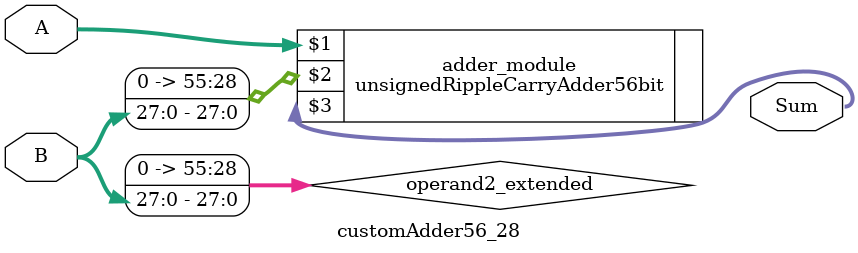
<source format=v>
module customAdder56_28(
                        input [55 : 0] A,
                        input [27 : 0] B,
                        
                        output [56 : 0] Sum
                );

        wire [55 : 0] operand2_extended;
        
        assign operand2_extended =  {28'b0, B};
        
        unsignedRippleCarryAdder56bit adder_module(
            A,
            operand2_extended,
            Sum
        );
        
        endmodule
        
</source>
